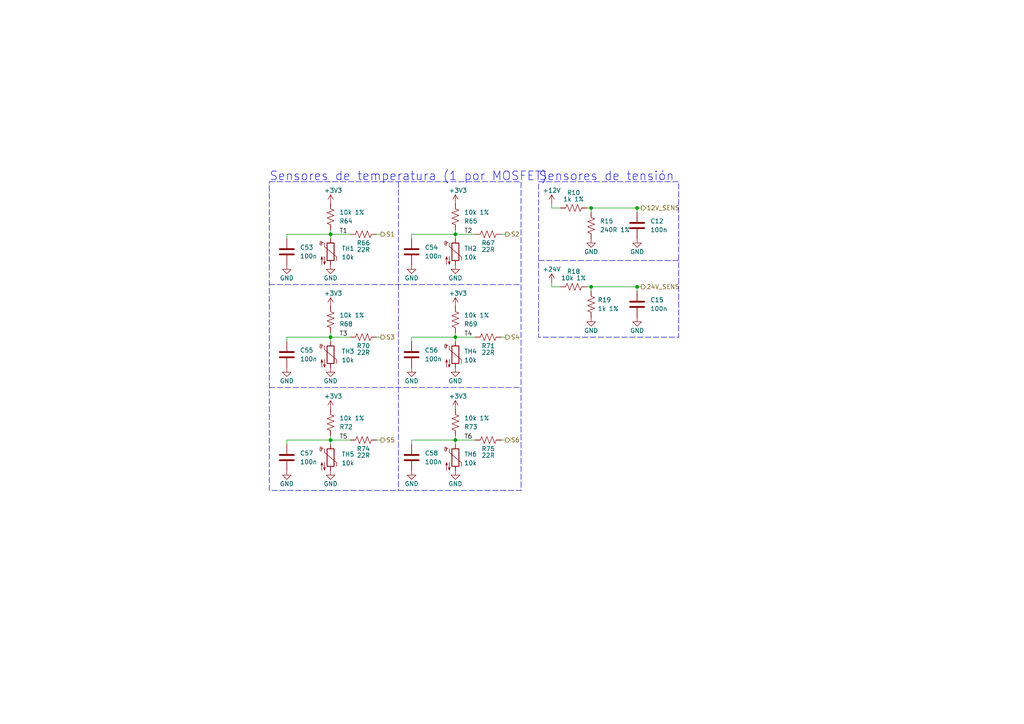
<source format=kicad_sch>
(kicad_sch (version 20250114) (generator "eeschema") (generator_version "9.0")
  (paper "A4")
  (lib_symbols
    (symbol "+3V3_1" (power) (pin_numbers (hide yes)) (pin_names (offset 0) (hide yes))
      (property "Value" "+3V3" (at 0 3.556 0))
      (symbol "+3V3_1_0_1"
        (polyline (pts (xy -0.762 1.27) (xy 0 2.54)))
        (polyline (pts (xy 0 2.54) (xy 0.762 1.27)))
        (polyline (pts (xy 0 0) (xy 0 2.54)))
      )
      (symbol "+3V3_1_1_1"
        (pin power_in line (at 0 0 90) (length 0) (name "~") (number "1"))
      )
    )
    (symbol "Device:C" (pin_numbers (hide yes)) (pin_names (offset 0.254))
      (property "Reference" "C" (at 0.635 2.54 0))
      (property "Value" "C" (at 0.635 -2.54 0))
      (symbol "C_0_1"
        (polyline (pts (xy -2.032 0.762) (xy 2.032 0.762)) (stroke (width 0.508)))
        (polyline (pts (xy -2.032 -0.762) (xy 2.032 -0.762)) (stroke (width 0.508)))
      )
      (symbol "C_1_1"
        (pin passive line (at 0 3.81 270) (length 2.794) (name "~") (number "1"))
        (pin passive line (at 0 -3.81 90) (length 2.794) (name "~") (number "2"))
      )
    )
    (symbol "Device:R_US" (pin_numbers (hide yes)) (pin_names (offset 0))
      (property "Reference" "R" (at 2.54 0 90))
      (property "Value" "R_US" (at -2.54 0 90))
      (symbol "R_US_0_1"
        (polyline (pts (xy 0 2.286) (xy 0 2.54)))
        (polyline (pts (xy 0 2.286) (xy 1.016 1.905) (xy 0 1.524) (xy -1.016 1.143) (xy 0 0.762)))
        (polyline (pts (xy 0 0.762) (xy 1.016 0.381) (xy 0 0) (xy -1.016 -0.381) (xy 0 -0.762)))
        (polyline (pts (xy 0 -0.762) (xy 1.016 -1.143) (xy 0 -1.524) (xy -1.016 -1.905) (xy 0 -2.286)))
        (polyline (pts (xy 0 -2.286) (xy 0 -2.54)))
      )
      (symbol "R_US_1_1"
        (pin passive line (at 0 3.81 270) (length 1.27) (name "~") (number "1"))
        (pin passive line (at 0 -3.81 90) (length 1.27) (name "~") (number "2"))
      )
    )
    (symbol "Device:Thermistor_NTC" (pin_numbers (hide yes)) (pin_names (offset 0))
      (property "Reference" "TH" (at -4.445 0 90))
      (property "Value" "Thermistor_NTC" (at 3.175 0 90))
      (symbol "Thermistor_NTC_0_1"
        (arc (start -3.175 2.413) (mid -3.0506 2.3165) (end -3.048 2.159))
        (arc (start -3.048 2.794) (mid -2.9736 2.9736) (end -2.794 3.048))
        (arc (start -2.794 3.048) (mid -2.6144 2.9736) (end -2.54 2.794))
        (arc (start -2.794 2.54) (mid -2.9736 2.6144) (end -3.048 2.794))
        (arc (start -2.794 1.905) (mid -2.9736 1.9794) (end -3.048 2.159))
        (arc (start -2.54 2.159) (mid -2.6144 1.9794) (end -2.794 1.905))
        (arc (start -2.159 2.794) (mid -2.434 2.5608) (end -2.794 2.54))
        (polyline (pts (xy -2.54 2.159) (xy -2.54 2.794)))
        (polyline (pts (xy -2.54 -3.683) (xy -2.54 -1.397) (xy -2.794 -2.159) (xy -2.286 -2.159) (xy -2.54 -1.397) (xy -2.54 -1.651)) (fill (type outline)))
        (polyline (pts (xy -1.778 2.54) (xy -1.778 1.524) (xy 1.778 -1.524) (xy 1.778 -2.54)))
        (polyline (pts (xy -1.778 -1.397) (xy -1.778 -3.683) (xy -2.032 -2.921) (xy -1.524 -2.921) (xy -1.778 -3.683) (xy -1.778 -3.429)) (fill (type outline)))
        (rectangle (start -1.016 2.54) (end 1.016 -2.54) (stroke (width 0.254)))
      )
      (symbol "Thermistor_NTC_1_1"
        (pin passive line (at 0 3.81 270) (length 1.27) (name "~") (number "1"))
        (pin passive line (at 0 -3.81 90) (length 1.27) (name "~") (number "2"))
      )
    )
    (symbol "power:+12V" (power) (pin_numbers (hide yes)) (pin_names (offset 0) (hide yes))
      (property "Value" "+12V" (at 0 3.556 0))
      (symbol "+12V_0_1"
        (polyline (pts (xy -0.762 1.27) (xy 0 2.54)))
        (polyline (pts (xy 0 2.54) (xy 0.762 1.27)))
        (polyline (pts (xy 0 0) (xy 0 2.54)))
      )
      (symbol "+12V_1_1"
        (pin power_in line (at 0 0 90) (length 0) (name "~") (number "1"))
      )
    )
    (symbol "power:GND" (power) (pin_names (offset 0))
      (property "Value" "GND" (at 0 -3.81 0))
      (symbol "GND_0_1"
        (polyline (pts (xy 0 0) (xy 0 -1.27) (xy 1.27 -1.27) (xy 0 -2.54) (xy -1.27 -1.27) (xy 0 -1.27)))
      )
      (symbol "GND_1_1"
        (pin power_in line (at 0 0 270) (length 0) (hide yes) (name "GND") (number "1"))
      )
    )
  )
  (rectangle (start 156.21 52.705) (end 196.85 97.79) (stroke (width 0) (type dash)))
  (rectangle (start 78.105 52.705) (end 151.13 142.24) (stroke (width 0) (type dash)))
  (text "Sensores de tensión" (at 156.21 52.705 0) (effects (font (size 2.54 2.54)) (justify left bottom)))
  (text "Sensores de temperatura (1 por MOSFET)" (at 78.105 52.705 0) (effects (font (size 2.54 2.54)) (justify left bottom)))
  (junction (at 95.885 127.635))
  (junction (at 132.08 127.635))
  (junction (at 132.08 97.79))
  (junction (at 95.885 97.79))
  (junction (at 184.785 83.185))
  (junction (at 184.785 60.325))
  (junction (at 171.45 60.325))
  (junction (at 95.885 67.945))
  (junction (at 132.08 67.945))
  (junction (at 171.45 83.185))
  (wire (pts (xy 119.38 69.215) (xy 119.38 67.945)))
  (wire (pts (xy 95.885 67.945) (xy 101.6 67.945)))
  (wire (pts (xy 83.185 127.635) (xy 95.885 127.635)))
  (wire (pts (xy 110.49 97.79) (xy 109.22 97.79)))
  (wire (pts (xy 160.02 83.185) (xy 160.02 81.915)))
  (wire (pts (xy 171.45 61.595) (xy 171.45 60.325)))
  (wire (pts (xy 132.08 67.945) (xy 137.795 67.945)))
  (wire (pts (xy 83.185 69.215) (xy 83.185 67.945)))
  (wire (pts (xy 132.08 127.635) (xy 137.795 127.635)))
  (polyline (pts (xy 78.105 112.395) (xy 151.13 112.395)) (stroke (width 0) (type dash)))
  (wire (pts (xy 132.08 128.905) (xy 132.08 127.635)))
  (wire (pts (xy 160.02 60.325) (xy 162.56 60.325)))
  (wire (pts (xy 83.185 99.06) (xy 83.185 97.79)))
  (wire (pts (xy 119.38 127.635) (xy 132.08 127.635)))
  (polyline (pts (xy 115.57 52.705) (xy 115.57 142.24)) (stroke (width 0) (type dash)))
  (wire (pts (xy 160.02 60.325) (xy 160.02 59.055)))
  (wire (pts (xy 132.08 97.79) (xy 132.08 96.52)))
  (wire (pts (xy 95.885 67.945) (xy 95.885 66.675)))
  (wire (pts (xy 146.685 97.79) (xy 145.415 97.79)))
  (wire (pts (xy 132.08 127.635) (xy 132.08 126.365)))
  (wire (pts (xy 95.885 97.79) (xy 95.885 96.52)))
  (wire (pts (xy 110.49 67.945) (xy 109.22 67.945)))
  (wire (pts (xy 132.08 69.215) (xy 132.08 67.945)))
  (wire (pts (xy 184.785 60.325) (xy 184.785 61.595)))
  (wire (pts (xy 184.785 60.325) (xy 186.055 60.325)))
  (polyline (pts (xy 78.105 82.55) (xy 151.13 82.55)) (stroke (width 0) (type dash)))
  (wire (pts (xy 171.45 60.325) (xy 184.785 60.325)))
  (wire (pts (xy 95.885 127.635) (xy 101.6 127.635)))
  (wire (pts (xy 132.08 67.945) (xy 132.08 66.675)))
  (wire (pts (xy 83.185 128.905) (xy 83.185 127.635)))
  (polyline (pts (xy 156.21 75.565) (xy 196.85 75.565)) (stroke (width 0) (type dash)))
  (wire (pts (xy 119.38 67.945) (xy 132.08 67.945)))
  (wire (pts (xy 119.38 99.06) (xy 119.38 97.79)))
  (wire (pts (xy 95.885 97.79) (xy 101.6 97.79)))
  (wire (pts (xy 95.885 127.635) (xy 95.885 126.365)))
  (wire (pts (xy 132.08 97.79) (xy 137.795 97.79)))
  (wire (pts (xy 110.49 127.635) (xy 109.22 127.635)))
  (wire (pts (xy 146.685 67.945) (xy 145.415 67.945)))
  (wire (pts (xy 184.785 83.185) (xy 184.785 84.455)))
  (wire (pts (xy 95.885 99.06) (xy 95.885 97.79)))
  (wire (pts (xy 171.45 83.185) (xy 171.45 84.455)))
  (wire (pts (xy 83.185 67.945) (xy 95.885 67.945)))
  (wire (pts (xy 170.18 60.325) (xy 171.45 60.325)))
  (wire (pts (xy 83.185 97.79) (xy 95.885 97.79)))
  (wire (pts (xy 95.885 69.215) (xy 95.885 67.945)))
  (wire (pts (xy 184.785 83.185) (xy 186.055 83.185)))
  (wire (pts (xy 146.685 127.635) (xy 145.415 127.635)))
  (wire (pts (xy 171.45 83.185) (xy 184.785 83.185)))
  (wire (pts (xy 119.38 128.905) (xy 119.38 127.635)))
  (wire (pts (xy 119.38 97.79) (xy 132.08 97.79)))
  (wire (pts (xy 170.18 83.185) (xy 171.45 83.185)))
  (wire (pts (xy 95.885 128.905) (xy 95.885 127.635)))
  (wire (pts (xy 132.08 99.06) (xy 132.08 97.79)))
  (wire (pts (xy 160.02 83.185) (xy 162.56 83.185)))
  (label "T6" (at 134.62 127.635 0))
  (label "T4" (at 134.62 97.79 0))
  (label "T5" (at 98.425 127.635 0))
  (label "T3" (at 98.425 97.79 0))
  (label "T2" (at 134.62 67.945 0))
  (label "T1" (at 98.425 67.945 0))
  (hierarchical_label "S6" (shape output) (at 146.685 127.635 0))
  (hierarchical_label "S2" (shape output) (at 146.685 67.945 0))
  (hierarchical_label "12V_SENS" (shape output) (at 186.055 60.325 0))
  (hierarchical_label "S3" (shape output) (at 110.49 97.79 0))
  (hierarchical_label "S1" (shape output) (at 110.49 67.945 0))
  (hierarchical_label "S4" (shape output) (at 146.685 97.79 0))
  (hierarchical_label "S5" (shape output) (at 110.49 127.635 0))
  (hierarchical_label "24V_SENS" (shape output) (at 186.055 83.185 0))
  (symbol (lib_id "power:GND") (at 171.45 69.215 0) (unit 1)
    (property "Reference" "#PWR035" (effects (hide yes)))
    (property "Value" "GND" (at 171.45 73.025 0))
  )
  (symbol (lib_id "Device:C") (at 83.185 132.715 0) (unit 1)
    (property "Reference" "C57" (at 86.995 131.445 0) (effects (justify left)))
    (property "Value" "100n" (at 86.995 133.985 0) (effects (justify left)))
    (property "Footprint" "Capacitor_SMD:C_0603_1608Metric" (effects (hide yes)))
    (property "Datasheet" "https://www.lcsc.com/datasheet/lcsc_datasheet_2208181800_FOJAN-FCC0603B104K500CT_C5137636.pdf" (effects (hide yes)))
    (property "Description" "Unpolarized capacitor" (effects (hide yes)))
    (property "LCSC part" " C5137636" (effects (hide yes)))
  )
  (symbol (lib_id "power:GND") (at 132.08 106.68 0) (unit 1)
    (property "Reference" "#PWR0147" (effects (hide yes)))
    (property "Value" "GND" (at 132.08 110.49 0))
  )
  (symbol (lib_id "Device:R_US") (at 166.37 60.325 270) (unit 1)
    (property "Reference" "R10" (at 166.37 55.88 90))
    (property "Value" "1k 1%" (at 166.37 57.785 90))
    (property "Footprint" "Resistor_SMD:R_0603_1608Metric" (effects (hide yes)))
    (property "Datasheet" "https://www.lcsc.com/datasheet/lcsc_datasheet_2410121258_LIZ-Elec-CR0603FA1002G_C126901.pdf" (effects (hide yes)))
    (property "LCSC part" " C126901" (effects (hide yes)))
  )
  (symbol (lib_id "power:GND") (at 184.785 92.075 0) (unit 1)
    (property "Reference" "#PWR042" (effects (hide yes)))
    (property "Value" "GND" (at 184.785 95.885 0))
  )
  (symbol (lib_id "power:GND") (at 83.185 76.835 0) (unit 1)
    (property "Reference" "#PWR0138" (effects (hide yes)))
    (property "Value" "GND" (at 83.185 80.645 0))
  )
  (symbol (lib_id "Device:Thermistor_NTC") (at 132.08 102.87 0) (unit 1)
    (property "Reference" "TH4" (at 134.62 101.9175 0) (effects (justify left)))
    (property "Value" "10k" (at 134.62 104.4575 0) (effects (justify left)))
    (property "Footprint" "TFG-Brushless-ESC:temp sensor" (effects (hide yes)))
    (property "Datasheet" "https://www.lcsc.com/datasheet/lcsc_datasheet_1810161311_Nanjing-Shiheng-Elec-MF52A104J3950-A1_C123383.pdf" (effects (hide yes)))
    (property "Description" "Temperature dependent resistor, negative temperature coefficient" (effects (hide yes)))
    (property "LCSC part" " C123383" (effects (hide yes)))
  )
  (symbol (lib_name "+3V3_1") (lib_id "power:+3V3") (at 132.08 88.9 0) (unit 1)
    (property "Reference" "#PWR0143" (effects (hide yes)))
    (property "Value" "+3V3" (at 130.175 85.09 0) (effects (justify left)))
    (property "Description" "Power symbol creates a global label with name \"+3V3\"" (effects (hide yes)))
  )
  (symbol (lib_id "Device:C") (at 119.38 132.715 0) (unit 1)
    (property "Reference" "C58" (at 123.19 131.445 0) (effects (justify left)))
    (property "Value" "100n" (at 123.19 133.985 0) (effects (justify left)))
    (property "Footprint" "Capacitor_SMD:C_0603_1608Metric" (effects (hide yes)))
    (property "Datasheet" "https://www.lcsc.com/datasheet/lcsc_datasheet_2208181800_FOJAN-FCC0603B104K500CT_C5137636.pdf" (effects (hide yes)))
    (property "Description" "Unpolarized capacitor" (effects (hide yes)))
    (property "LCSC part" " C5137636" (effects (hide yes)))
  )
  (symbol (lib_id "Device:C") (at 184.785 88.265 0) (unit 1)
    (property "Reference" "C15" (at 188.595 86.9949 0) (effects (justify left)))
    (property "Value" "100n" (at 188.595 89.5349 0) (effects (justify left)))
    (property "Footprint" "Capacitor_SMD:C_0603_1608Metric" (effects (hide yes)))
    (property "Datasheet" "https://www.lcsc.com/datasheet/lcsc_datasheet_2208181800_FOJAN-FCC0603B104K500CT_C5137636.pdf" (effects (hide yes)))
    (property "LCSC part" " C5137636" (effects (hide yes)))
  )
  (symbol (lib_id "power:GND") (at 119.38 136.525 0) (unit 1)
    (property "Reference" "#PWR0152" (effects (hide yes)))
    (property "Value" "GND" (at 119.38 140.335 0))
  )
  (symbol (lib_id "Device:C") (at 184.785 65.405 0) (unit 1)
    (property "Reference" "C12" (at 188.595 64.1349 0) (effects (justify left)))
    (property "Value" "100n" (at 188.595 66.6749 0) (effects (justify left)))
    (property "Footprint" "Capacitor_SMD:C_0603_1608Metric" (effects (hide yes)))
    (property "Datasheet" "https://www.lcsc.com/datasheet/lcsc_datasheet_2208181800_FOJAN-FCC0603B104K500CT_C5137636.pdf" (effects (hide yes)))
    (property "LCSC part" " C5137636" (effects (hide yes)))
  )
  (symbol (lib_id "Device:Thermistor_NTC") (at 132.08 132.715 0) (unit 1)
    (property "Reference" "TH6" (at 134.62 131.7625 0) (effects (justify left)))
    (property "Value" "10k" (at 134.62 134.3025 0) (effects (justify left)))
    (property "Footprint" "TFG-Brushless-ESC:temp sensor" (effects (hide yes)))
    (property "Datasheet" "https://www.lcsc.com/datasheet/lcsc_datasheet_1810161311_Nanjing-Shiheng-Elec-MF52A104J3950-A1_C123383.pdf" (effects (hide yes)))
    (property "Description" "Temperature dependent resistor, negative temperature coefficient" (effects (hide yes)))
    (property "LCSC part" " C123383" (effects (hide yes)))
  )
  (symbol (lib_id "Device:C") (at 119.38 73.025 0) (unit 1)
    (property "Reference" "C54" (at 123.19 71.755 0) (effects (justify left)))
    (property "Value" "100n" (at 123.19 74.295 0) (effects (justify left)))
    (property "Footprint" "Capacitor_SMD:C_0603_1608Metric" (effects (hide yes)))
    (property "Datasheet" "https://www.lcsc.com/datasheet/lcsc_datasheet_2208181800_FOJAN-FCC0603B104K500CT_C5137636.pdf" (effects (hide yes)))
    (property "Description" "Unpolarized capacitor" (effects (hide yes)))
    (property "LCSC part" " C5137636" (effects (hide yes)))
  )
  (symbol (lib_id "Device:R_US") (at 171.45 88.265 180) (unit 1)
    (property "Reference" "R19" (at 173.355 86.995 0) (effects (justify right)))
    (property "Value" "1k 1%" (at 173.355 89.535 0) (effects (justify right)))
    (property "Footprint" "Resistor_SMD:R_0603_1608Metric" (effects (hide yes)))
    (property "Datasheet" "https://www.lcsc.com/datasheet/lcsc_datasheet_2304140030_RALEC-RTT031001FTP_C103198.pdf" (effects (hide yes)))
    (property "Sim.Device" "R" (effects (hide yes)))
    (property "Sim.Pins" "1=+ 2=-" (effects (hide yes)))
    (property "LCSC part" " C103198" (effects (hide yes)))
  )
  (symbol (lib_id "Device:R_US") (at 132.08 92.71 180) (unit 1)
    (property "Reference" "R69" (at 134.62 93.98 0) (effects (justify right)))
    (property "Value" "10k 1%" (at 134.62 91.44 0) (effects (justify right)))
    (property "Footprint" "Resistor_SMD:R_0603_1608Metric" (effects (hide yes)))
    (property "Datasheet" "https://www.lcsc.com/datasheet/lcsc_datasheet_2410121258_LIZ-Elec-CR0603FA1002G_C126901.pdf" (effects (hide yes)))
    (property "LCSC part" " C126901" (effects (hide yes)))
  )
  (symbol (lib_id "Device:R_US") (at 141.605 97.79 270) (unit 1)
    (property "Reference" "R71" (at 141.605 100.33 90))
    (property "Value" "22R" (at 141.605 102.235 90))
    (property "Footprint" "Resistor_SMD:R_0603_1608Metric" (effects (hide yes)))
    (property "Datasheet" "https://www.lcsc.com/datasheet/lcsc_datasheet_2410121508_Walsin-Tech-Corp-WR06X22R0FTL_C163887.pdf" (effects (hide yes)))
    (property "LCSC part" " C163887" (effects (hide yes)))
  )
  (symbol (lib_id "Device:C") (at 119.38 102.87 0) (unit 1)
    (property "Reference" "C56" (at 123.19 101.6 0) (effects (justify left)))
    (property "Value" "100n" (at 123.19 104.14 0) (effects (justify left)))
    (property "Footprint" "Capacitor_SMD:C_0603_1608Metric" (effects (hide yes)))
    (property "Datasheet" "https://www.lcsc.com/datasheet/lcsc_datasheet_2208181800_FOJAN-FCC0603B104K500CT_C5137636.pdf" (effects (hide yes)))
    (property "Description" "Unpolarized capacitor" (effects (hide yes)))
    (property "LCSC part" " C5137636" (effects (hide yes)))
  )
  (symbol (lib_name "+3V3_1") (lib_id "power:+3V3") (at 95.885 118.745 0) (unit 1)
    (property "Reference" "#PWR0148" (effects (hide yes)))
    (property "Value" "+3V3" (at 93.98 114.935 0) (effects (justify left)))
    (property "Description" "Power symbol creates a global label with name \"+3V3\"" (effects (hide yes)))
  )
  (symbol (lib_id "power:GND") (at 171.45 92.075 0) (unit 1)
    (property "Reference" "#PWR041" (effects (hide yes)))
    (property "Value" "GND" (at 171.45 95.885 0))
  )
  (symbol (lib_id "power:GND") (at 119.38 106.68 0) (unit 1)
    (property "Reference" "#PWR0146" (effects (hide yes)))
    (property "Value" "GND" (at 119.38 110.49 0))
  )
  (symbol (lib_id "Device:R_US") (at 95.885 62.865 180) (unit 1)
    (property "Reference" "R64" (at 98.425 64.135 0) (effects (justify right)))
    (property "Value" "10k 1%" (at 98.425 61.595 0) (effects (justify right)))
    (property "Footprint" "Resistor_SMD:R_0603_1608Metric" (effects (hide yes)))
    (property "Datasheet" "https://www.lcsc.com/datasheet/lcsc_datasheet_2410121258_LIZ-Elec-CR0603FA1002G_C126901.pdf" (effects (hide yes)))
    (property "LCSC part" " C126901" (effects (hide yes)))
  )
  (symbol (lib_id "Device:R_US") (at 141.605 127.635 270) (unit 1)
    (property "Reference" "R75" (at 141.605 130.175 90))
    (property "Value" "22R" (at 141.605 132.08 90))
    (property "Footprint" "Resistor_SMD:R_0603_1608Metric" (effects (hide yes)))
    (property "Datasheet" "https://www.lcsc.com/datasheet/lcsc_datasheet_2410121508_Walsin-Tech-Corp-WR06X22R0FTL_C163887.pdf" (effects (hide yes)))
    (property "LCSC part" " C163887" (effects (hide yes)))
  )
  (symbol (lib_id "power:GND") (at 132.08 76.835 0) (unit 1)
    (property "Reference" "#PWR0141" (effects (hide yes)))
    (property "Value" "GND" (at 132.08 80.645 0))
  )
  (symbol (lib_id "power:GND") (at 95.885 136.525 0) (unit 1)
    (property "Reference" "#PWR0151" (effects (hide yes)))
    (property "Value" "GND" (at 95.885 140.335 0))
  )
  (symbol (lib_id "Device:R_US") (at 95.885 122.555 180) (unit 1)
    (property "Reference" "R72" (at 98.425 123.825 0) (effects (justify right)))
    (property "Value" "10k 1%" (at 98.425 121.285 0) (effects (justify right)))
    (property "Footprint" "Resistor_SMD:R_0603_1608Metric" (effects (hide yes)))
    (property "Datasheet" "https://www.lcsc.com/datasheet/lcsc_datasheet_2410121258_LIZ-Elec-CR0603FA1002G_C126901.pdf" (effects (hide yes)))
    (property "LCSC part" " C126901" (effects (hide yes)))
  )
  (symbol (lib_id "Device:Thermistor_NTC") (at 95.885 132.715 0) (unit 1)
    (property "Reference" "TH5" (at 99.06 131.7625 0) (effects (justify left)))
    (property "Value" "10k" (at 99.06 134.3025 0) (effects (justify left)))
    (property "Footprint" "TFG-Brushless-ESC:temp sensor" (effects (hide yes)))
    (property "Datasheet" "https://www.lcsc.com/datasheet/lcsc_datasheet_1810161311_Nanjing-Shiheng-Elec-MF52A104J3950-A1_C123383.pdf" (effects (hide yes)))
    (property "Description" "Temperature dependent resistor, negative temperature coefficient" (effects (hide yes)))
    (property "LCSC part" " C123383" (effects (hide yes)))
  )
  (symbol (lib_id "power:GND") (at 83.185 136.525 0) (unit 1)
    (property "Reference" "#PWR0150" (effects (hide yes)))
    (property "Value" "GND" (at 83.185 140.335 0))
  )
  (symbol (lib_id "Device:R_US") (at 132.08 62.865 180) (unit 1)
    (property "Reference" "R65" (at 134.62 64.135 0) (effects (justify right)))
    (property "Value" "10k 1%" (at 134.62 61.595 0) (effects (justify right)))
    (property "Footprint" "Resistor_SMD:R_0603_1608Metric" (effects (hide yes)))
    (property "Datasheet" "https://www.lcsc.com/datasheet/lcsc_datasheet_2410121258_LIZ-Elec-CR0603FA1002G_C126901.pdf" (effects (hide yes)))
    (property "LCSC part" " C126901" (effects (hide yes)))
  )
  (symbol (lib_id "power:GND") (at 132.08 136.525 0) (unit 1)
    (property "Reference" "#PWR0153" (effects (hide yes)))
    (property "Value" "GND" (at 132.08 140.335 0))
  )
  (symbol (lib_id "Device:R_US") (at 95.885 92.71 180) (unit 1)
    (property "Reference" "R68" (at 98.425 93.98 0) (effects (justify right)))
    (property "Value" "10k 1%" (at 98.425 91.44 0) (effects (justify right)))
    (property "Footprint" "Resistor_SMD:R_0603_1608Metric" (effects (hide yes)))
    (property "Datasheet" "https://www.lcsc.com/datasheet/lcsc_datasheet_2410121258_LIZ-Elec-CR0603FA1002G_C126901.pdf" (effects (hide yes)))
    (property "LCSC part" " C126901" (effects (hide yes)))
  )
  (symbol (lib_name "+3V3_1") (lib_id "power:+3V3") (at 132.08 59.055 0) (unit 1)
    (property "Reference" "#PWR0137" (effects (hide yes)))
    (property "Value" "+3V3" (at 130.175 55.245 0) (effects (justify left)))
    (property "Description" "Power symbol creates a global label with name \"+3V3\"" (effects (hide yes)))
  )
  (symbol (lib_id "power:GND") (at 184.785 69.215 0) (unit 1)
    (property "Reference" "#PWR036" (effects (hide yes)))
    (property "Value" "GND" (at 184.785 73.025 0))
  )
  (symbol (lib_id "power:GND") (at 119.38 76.835 0) (unit 1)
    (property "Reference" "#PWR0140" (effects (hide yes)))
    (property "Value" "GND" (at 119.38 80.645 0))
  )
  (symbol (lib_id "Device:R_US") (at 105.41 67.945 270) (unit 1)
    (property "Reference" "R66" (at 105.41 70.485 90))
    (property "Value" "22R" (at 105.41 72.39 90))
    (property "Footprint" "Resistor_SMD:R_0603_1608Metric" (effects (hide yes)))
    (property "Datasheet" "https://www.lcsc.com/datasheet/lcsc_datasheet_2410121508_Walsin-Tech-Corp-WR06X22R0FTL_C163887.pdf" (effects (hide yes)))
    (property "LCSC part" " C163887" (effects (hide yes)))
  )
  (symbol (lib_name "+3V3_1") (lib_id "power:+3V3") (at 95.885 59.055 0) (unit 1)
    (property "Reference" "#PWR0136" (effects (hide yes)))
    (property "Value" "+3V3" (at 93.98 55.245 0) (effects (justify left)))
    (property "Description" "Power symbol creates a global label with name \"+3V3\"" (effects (hide yes)))
  )
  (symbol (lib_name "+3V3_1") (lib_id "power:+3V3") (at 132.08 118.745 0) (unit 1)
    (property "Reference" "#PWR0149" (effects (hide yes)))
    (property "Value" "+3V3" (at 130.175 114.935 0) (effects (justify left)))
    (property "Description" "Power symbol creates a global label with name \"+3V3\"" (effects (hide yes)))
  )
  (symbol (lib_id "Device:Thermistor_NTC") (at 95.885 73.025 0) (unit 1)
    (property "Reference" "TH1" (at 99.06 72.0725 0) (effects (justify left)))
    (property "Value" "10k" (at 99.06 74.6125 0) (effects (justify left)))
    (property "Footprint" "TFG-Brushless-ESC:temp sensor" (effects (hide yes)))
    (property "Datasheet" "https://www.lcsc.com/datasheet/lcsc_datasheet_1810170526_Nanjing-Shiheng-Elec-MF52A103F3435--A1_C84036.pdf" (effects (hide yes)))
    (property "Description" "Temperature dependent resistor, negative temperature coefficient" (effects (hide yes)))
    (property "LCSC part" "C84036" (effects (hide yes)))
  )
  (symbol (lib_id "power:+12V") (at 160.02 81.915 0) (unit 1)
    (property "Reference" "#PWR039" (effects (hide yes)))
    (property "Value" "+24V" (at 160.02 78.105 0))
    (property "Description" "Power symbol creates a global label with name \"+12V\"" (effects (hide yes)))
  )
  (symbol (lib_name "+3V3_1") (lib_id "power:+3V3") (at 95.885 88.9 0) (unit 1)
    (property "Reference" "#PWR0142" (effects (hide yes)))
    (property "Value" "+3V3" (at 93.98 85.09 0) (effects (justify left)))
    (property "Description" "Power symbol creates a global label with name \"+3V3\"" (effects (hide yes)))
  )
  (symbol (lib_id "Device:C") (at 83.185 73.025 0) (unit 1)
    (property "Reference" "C53" (at 86.995 71.755 0) (effects (justify left)))
    (property "Value" "100n" (at 86.995 74.295 0) (effects (justify left)))
    (property "Footprint" "Capacitor_SMD:C_0603_1608Metric" (effects (hide yes)))
    (property "Datasheet" "https://www.lcsc.com/datasheet/lcsc_datasheet_2208181800_FOJAN-FCC0603B104K500CT_C5137636.pdf" (effects (hide yes)))
    (property "Description" "Unpolarized capacitor" (effects (hide yes)))
    (property "LCSC part" " C5137636" (effects (hide yes)))
  )
  (symbol (lib_id "Device:C") (at 83.185 102.87 0) (unit 1)
    (property "Reference" "C55" (at 86.995 101.6 0) (effects (justify left)))
    (property "Value" "100n" (at 86.995 104.14 0) (effects (justify left)))
    (property "Footprint" "Capacitor_SMD:C_0603_1608Metric" (effects (hide yes)))
    (property "Datasheet" "https://www.lcsc.com/datasheet/lcsc_datasheet_2208181800_FOJAN-FCC0603B104K500CT_C5137636.pdf" (effects (hide yes)))
    (property "Description" "Unpolarized capacitor" (effects (hide yes)))
    (property "LCSC part" " C5137636" (effects (hide yes)))
  )
  (symbol (lib_id "power:GND") (at 83.185 106.68 0) (unit 1)
    (property "Reference" "#PWR0144" (effects (hide yes)))
    (property "Value" "GND" (at 83.185 110.49 0))
  )
  (symbol (lib_id "Device:R_US") (at 105.41 127.635 270) (unit 1)
    (property "Reference" "R74" (at 105.41 130.175 90))
    (property "Value" "22R" (at 105.41 132.08 90))
    (property "Footprint" "Resistor_SMD:R_0603_1608Metric" (effects (hide yes)))
    (property "Datasheet" "https://www.lcsc.com/datasheet/lcsc_datasheet_2410121508_Walsin-Tech-Corp-WR06X22R0FTL_C163887.pdf" (effects (hide yes)))
    (property "LCSC part" " C163887" (effects (hide yes)))
  )
  (symbol (lib_id "Device:R_US") (at 105.41 97.79 270) (unit 1)
    (property "Reference" "R70" (at 105.41 100.33 90))
    (property "Value" "22R" (at 105.41 102.235 90))
    (property "Footprint" "Resistor_SMD:R_0603_1608Metric" (effects (hide yes)))
    (property "Datasheet" "https://www.lcsc.com/datasheet/lcsc_datasheet_2410121508_Walsin-Tech-Corp-WR06X22R0FTL_C163887.pdf" (effects (hide yes)))
    (property "LCSC part" " C163887" (effects (hide yes)))
  )
  (symbol (lib_id "Device:Thermistor_NTC") (at 95.885 102.87 0) (unit 1)
    (property "Reference" "TH3" (at 99.06 101.9175 0) (effects (justify left)))
    (property "Value" "10k" (at 99.06 104.4575 0) (effects (justify left)))
    (property "Footprint" "TFG-Brushless-ESC:temp sensor" (effects (hide yes)))
    (property "Datasheet" "https://www.lcsc.com/datasheet/lcsc_datasheet_1810161311_Nanjing-Shiheng-Elec-MF52A104J3950-A1_C123383.pdf" (effects (hide yes)))
    (property "Description" "Temperature dependent resistor, negative temperature coefficient" (effects (hide yes)))
    (property "LCSC part" " C123383" (effects (hide yes)))
  )
  (symbol (lib_id "Device:R_US") (at 132.08 122.555 180) (unit 1)
    (property "Reference" "R73" (at 134.62 123.825 0) (effects (justify right)))
    (property "Value" "10k 1%" (at 134.62 121.285 0) (effects (justify right)))
    (property "Footprint" "Resistor_SMD:R_0603_1608Metric" (effects (hide yes)))
    (property "Datasheet" "https://www.lcsc.com/datasheet/lcsc_datasheet_2410121258_LIZ-Elec-CR0603FA1002G_C126901.pdf" (effects (hide yes)))
    (property "LCSC part" " C126901" (effects (hide yes)))
  )
  (symbol (lib_id "power:GND") (at 95.885 106.68 0) (unit 1)
    (property "Reference" "#PWR0145" (effects (hide yes)))
    (property "Value" "GND" (at 95.885 110.49 0))
  )
  (symbol (lib_id "Device:Thermistor_NTC") (at 132.08 73.025 0) (unit 1)
    (property "Reference" "TH2" (at 134.62 72.0725 0) (effects (justify left)))
    (property "Value" "10k" (at 134.62 74.6125 0) (effects (justify left)))
    (property "Footprint" "TFG-Brushless-ESC:temp sensor" (effects (hide yes)))
    (property "Datasheet" "https://www.lcsc.com/datasheet/lcsc_datasheet_1810161311_Nanjing-Shiheng-Elec-MF52A104J3950-A1_C123383.pdf" (effects (hide yes)))
    (property "Description" "Temperature dependent resistor, negative temperature coefficient" (effects (hide yes)))
    (property "LCSC part" " C123383" (effects (hide yes)))
  )
  (symbol (lib_id "Device:R_US") (at 141.605 67.945 270) (unit 1)
    (property "Reference" "R67" (at 141.605 70.485 90))
    (property "Value" "22R" (at 141.605 72.39 90))
    (property "Footprint" "Resistor_SMD:R_0603_1608Metric" (effects (hide yes)))
    (property "Datasheet" "https://www.lcsc.com/datasheet/lcsc_datasheet_2410121508_Walsin-Tech-Corp-WR06X22R0FTL_C163887.pdf" (effects (hide yes)))
    (property "LCSC part" " C163887" (effects (hide yes)))
  )
  (symbol (lib_id "Device:R_US") (at 166.37 83.185 270) (unit 1)
    (property "Reference" "R18" (at 166.37 78.74 90))
    (property "Value" "10k 1%" (at 166.37 80.645 90))
    (property "Footprint" "Resistor_SMD:R_0603_1608Metric" (effects (hide yes)))
    (property "Datasheet" "https://www.lcsc.com/datasheet/lcsc_datasheet_2410121258_LIZ-Elec-CR0603FA1002G_C126901.pdf" (effects (hide yes)))
    (property "Sim.Device" "R" (effects (hide yes)))
    (property "Sim.Pins" "1=+ 2=-" (effects (hide yes)))
    (property "LCSC part" " C126901" (effects (hide yes)))
  )
  (symbol (lib_id "Device:R_US") (at 171.45 65.405 0) (unit 1)
    (property "Reference" "R15" (at 173.99 64.1349 0) (effects (justify left)))
    (property "Value" "240R 1%" (at 173.99 66.6749 0) (effects (justify left)))
    (property "Footprint" "Resistor_SMD:R_0603_1608Metric" (effects (hide yes)))
    (property "Datasheet" "https://www.lcsc.com/datasheet/lcsc_datasheet_2411220041_FH--Guangdong-Fenghua-Advanced-Tech-RS-03K2400FT_C286579.pdf" (effects (hide yes)))
    (property "LCSC part" " C286579" (effects (hide yes)))
  )
  (symbol (lib_id "power:+12V") (at 160.02 59.055 0) (unit 1)
    (property "Reference" "#PWR032" (effects (hide yes)))
    (property "Value" "+12V" (at 160.02 55.245 0))
    (property "Description" "Power symbol creates a global label with name \"+12V\"" (effects (hide yes)))
  )
  (symbol (lib_id "power:GND") (at 95.885 76.835 0) (unit 1)
    (property "Reference" "#PWR0139" (effects (hide yes)))
    (property "Value" "GND" (at 95.885 80.645 0))
  )
)
</source>
